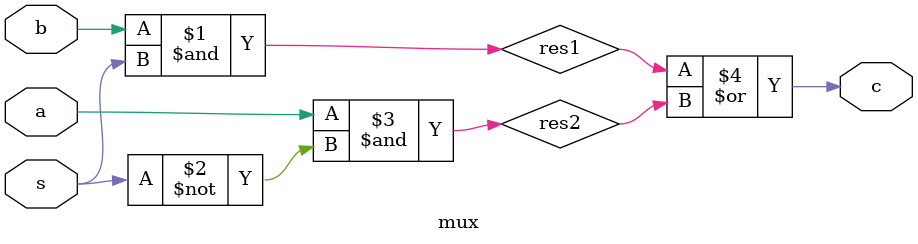
<source format=v>
`timescale 1ns / 1ps


module mux( input a,
 input b,
 input s,
 output c
   );
   wire res1, res2;
   and and1( res1 , b, s);
   and and2(res2, a, ~s);
   or or1(c, res1, res2);
endmodule

</source>
